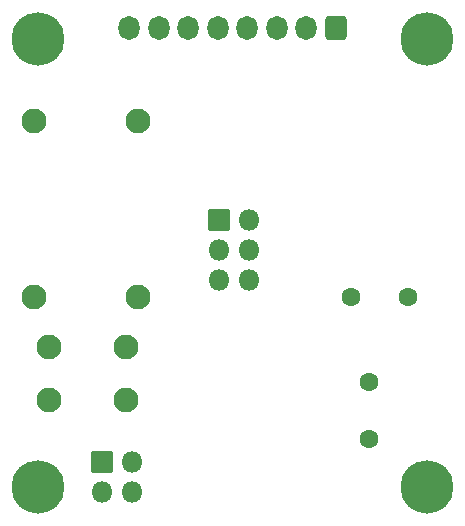
<source format=gbs>
G04 #@! TF.GenerationSoftware,KiCad,Pcbnew,(6.0.9)*
G04 #@! TF.CreationDate,2023-01-15T18:07:45+00:00*
G04 #@! TF.ProjectId,CanBus-Radio-VAG,43616e42-7573-42d5-9261-64696f2d5641,1.0*
G04 #@! TF.SameCoordinates,Original*
G04 #@! TF.FileFunction,Soldermask,Bot*
G04 #@! TF.FilePolarity,Negative*
%FSLAX46Y46*%
G04 Gerber Fmt 4.6, Leading zero omitted, Abs format (unit mm)*
G04 Created by KiCad (PCBNEW (6.0.9)) date 2023-01-15 18:07:45*
%MOMM*%
%LPD*%
G01*
G04 APERTURE LIST*
G04 Aperture macros list*
%AMRoundRect*
0 Rectangle with rounded corners*
0 $1 Rounding radius*
0 $2 $3 $4 $5 $6 $7 $8 $9 X,Y pos of 4 corners*
0 Add a 4 corners polygon primitive as box body*
4,1,4,$2,$3,$4,$5,$6,$7,$8,$9,$2,$3,0*
0 Add four circle primitives for the rounded corners*
1,1,$1+$1,$2,$3*
1,1,$1+$1,$4,$5*
1,1,$1+$1,$6,$7*
1,1,$1+$1,$8,$9*
0 Add four rect primitives between the rounded corners*
20,1,$1+$1,$2,$3,$4,$5,0*
20,1,$1+$1,$4,$5,$6,$7,0*
20,1,$1+$1,$6,$7,$8,$9,0*
20,1,$1+$1,$8,$9,$2,$3,0*%
G04 Aperture macros list end*
%ADD10C,2.102000*%
%ADD11C,4.502000*%
%ADD12C,1.602000*%
%ADD13O,1.802000X2.052000*%
%ADD14RoundRect,0.301000X0.600000X0.725000X-0.600000X0.725000X-0.600000X-0.725000X0.600000X-0.725000X0*%
%ADD15O,1.802000X1.802000*%
%ADD16RoundRect,0.051000X-0.850000X-0.850000X0.850000X-0.850000X0.850000X0.850000X-0.850000X0.850000X0*%
G04 APERTURE END LIST*
D10*
X73228500Y-75352000D03*
X73228500Y-60452000D03*
X81978500Y-75352000D03*
X81978500Y-60452000D03*
D11*
X73500000Y-91400000D03*
X106500000Y-91400000D03*
X73500000Y-53500000D03*
X106500000Y-53500000D03*
D12*
X101523800Y-87379200D03*
X101523800Y-82499200D03*
X99996600Y-75336400D03*
X104876600Y-75336400D03*
D10*
X80985500Y-79565500D03*
X80985500Y-84065500D03*
X74485500Y-79565500D03*
X74485500Y-84065500D03*
D13*
X81242500Y-52514500D03*
X83742500Y-52514500D03*
X86242500Y-52514500D03*
X88742500Y-52514500D03*
X91242500Y-52514500D03*
X93742500Y-52514500D03*
X96242500Y-52514500D03*
D14*
X98742500Y-52514500D03*
D15*
X91376500Y-73914000D03*
X88836500Y-73914000D03*
X91376500Y-71374000D03*
X88836500Y-71374000D03*
X91376500Y-68834000D03*
D16*
X88836500Y-68834000D03*
D15*
X81470500Y-91821000D03*
X78930500Y-91821000D03*
X81470500Y-89281000D03*
D16*
X78930500Y-89281000D03*
M02*

</source>
